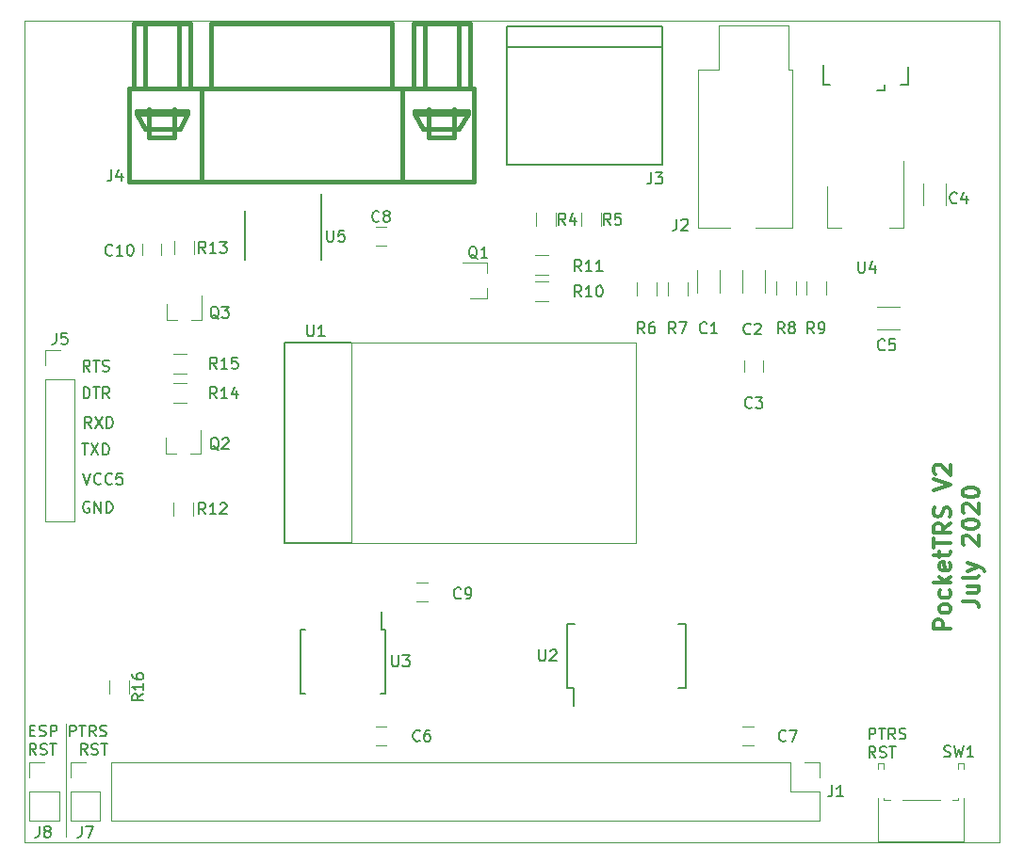
<source format=gbr>
G04 #@! TF.GenerationSoftware,KiCad,Pcbnew,(5.1.5)-3*
G04 #@! TF.CreationDate,2020-08-02T12:31:38+12:00*
G04 #@! TF.ProjectId,PocketTRS,506f636b-6574-4545-9253-2e6b69636164,rev?*
G04 #@! TF.SameCoordinates,Original*
G04 #@! TF.FileFunction,Legend,Top*
G04 #@! TF.FilePolarity,Positive*
%FSLAX46Y46*%
G04 Gerber Fmt 4.6, Leading zero omitted, Abs format (unit mm)*
G04 Created by KiCad (PCBNEW (5.1.5)-3) date 2020-08-02 12:31:38*
%MOMM*%
%LPD*%
G04 APERTURE LIST*
%ADD10C,0.050000*%
%ADD11C,0.300000*%
%ADD12C,0.150000*%
%ADD13C,0.120000*%
%ADD14C,0.381000*%
G04 APERTURE END LIST*
D10*
X252730000Y-64770000D02*
X252730000Y-61976000D01*
X165100000Y-61976000D02*
X165100000Y-64770000D01*
D11*
X248323571Y-116704142D02*
X246823571Y-116704142D01*
X246823571Y-116132714D01*
X246895000Y-115989857D01*
X246966428Y-115918428D01*
X247109285Y-115847000D01*
X247323571Y-115847000D01*
X247466428Y-115918428D01*
X247537857Y-115989857D01*
X247609285Y-116132714D01*
X247609285Y-116704142D01*
X248323571Y-114989857D02*
X248252142Y-115132714D01*
X248180714Y-115204142D01*
X248037857Y-115275571D01*
X247609285Y-115275571D01*
X247466428Y-115204142D01*
X247395000Y-115132714D01*
X247323571Y-114989857D01*
X247323571Y-114775571D01*
X247395000Y-114632714D01*
X247466428Y-114561285D01*
X247609285Y-114489857D01*
X248037857Y-114489857D01*
X248180714Y-114561285D01*
X248252142Y-114632714D01*
X248323571Y-114775571D01*
X248323571Y-114989857D01*
X248252142Y-113204142D02*
X248323571Y-113347000D01*
X248323571Y-113632714D01*
X248252142Y-113775571D01*
X248180714Y-113847000D01*
X248037857Y-113918428D01*
X247609285Y-113918428D01*
X247466428Y-113847000D01*
X247395000Y-113775571D01*
X247323571Y-113632714D01*
X247323571Y-113347000D01*
X247395000Y-113204142D01*
X248323571Y-112561285D02*
X246823571Y-112561285D01*
X247752142Y-112418428D02*
X248323571Y-111989857D01*
X247323571Y-111989857D02*
X247895000Y-112561285D01*
X248252142Y-110775571D02*
X248323571Y-110918428D01*
X248323571Y-111204142D01*
X248252142Y-111347000D01*
X248109285Y-111418428D01*
X247537857Y-111418428D01*
X247395000Y-111347000D01*
X247323571Y-111204142D01*
X247323571Y-110918428D01*
X247395000Y-110775571D01*
X247537857Y-110704142D01*
X247680714Y-110704142D01*
X247823571Y-111418428D01*
X247323571Y-110275571D02*
X247323571Y-109704142D01*
X246823571Y-110061285D02*
X248109285Y-110061285D01*
X248252142Y-109989857D01*
X248323571Y-109847000D01*
X248323571Y-109704142D01*
X246823571Y-109418428D02*
X246823571Y-108561285D01*
X248323571Y-108989857D02*
X246823571Y-108989857D01*
X248323571Y-107204142D02*
X247609285Y-107704142D01*
X248323571Y-108061285D02*
X246823571Y-108061285D01*
X246823571Y-107489857D01*
X246895000Y-107347000D01*
X246966428Y-107275571D01*
X247109285Y-107204142D01*
X247323571Y-107204142D01*
X247466428Y-107275571D01*
X247537857Y-107347000D01*
X247609285Y-107489857D01*
X247609285Y-108061285D01*
X248252142Y-106632714D02*
X248323571Y-106418428D01*
X248323571Y-106061285D01*
X248252142Y-105918428D01*
X248180714Y-105847000D01*
X248037857Y-105775571D01*
X247895000Y-105775571D01*
X247752142Y-105847000D01*
X247680714Y-105918428D01*
X247609285Y-106061285D01*
X247537857Y-106347000D01*
X247466428Y-106489857D01*
X247395000Y-106561285D01*
X247252142Y-106632714D01*
X247109285Y-106632714D01*
X246966428Y-106561285D01*
X246895000Y-106489857D01*
X246823571Y-106347000D01*
X246823571Y-105989857D01*
X246895000Y-105775571D01*
X246823571Y-104204142D02*
X248323571Y-103704142D01*
X246823571Y-103204142D01*
X246966428Y-102775571D02*
X246895000Y-102704142D01*
X246823571Y-102561285D01*
X246823571Y-102204142D01*
X246895000Y-102061285D01*
X246966428Y-101989857D01*
X247109285Y-101918428D01*
X247252142Y-101918428D01*
X247466428Y-101989857D01*
X248323571Y-102847000D01*
X248323571Y-101918428D01*
X249373571Y-114204142D02*
X250445000Y-114204142D01*
X250659285Y-114275571D01*
X250802142Y-114418428D01*
X250873571Y-114632714D01*
X250873571Y-114775571D01*
X249873571Y-112847000D02*
X250873571Y-112847000D01*
X249873571Y-113489857D02*
X250659285Y-113489857D01*
X250802142Y-113418428D01*
X250873571Y-113275571D01*
X250873571Y-113061285D01*
X250802142Y-112918428D01*
X250730714Y-112847000D01*
X250873571Y-111918428D02*
X250802142Y-112061285D01*
X250659285Y-112132714D01*
X249373571Y-112132714D01*
X249873571Y-111489857D02*
X250873571Y-111132714D01*
X249873571Y-110775571D02*
X250873571Y-111132714D01*
X251230714Y-111275571D01*
X251302142Y-111347000D01*
X251373571Y-111489857D01*
X249516428Y-109132714D02*
X249445000Y-109061285D01*
X249373571Y-108918428D01*
X249373571Y-108561285D01*
X249445000Y-108418428D01*
X249516428Y-108347000D01*
X249659285Y-108275571D01*
X249802142Y-108275571D01*
X250016428Y-108347000D01*
X250873571Y-109204142D01*
X250873571Y-108275571D01*
X249373571Y-107347000D02*
X249373571Y-107204142D01*
X249445000Y-107061285D01*
X249516428Y-106989857D01*
X249659285Y-106918428D01*
X249945000Y-106847000D01*
X250302142Y-106847000D01*
X250587857Y-106918428D01*
X250730714Y-106989857D01*
X250802142Y-107061285D01*
X250873571Y-107204142D01*
X250873571Y-107347000D01*
X250802142Y-107489857D01*
X250730714Y-107561285D01*
X250587857Y-107632714D01*
X250302142Y-107704142D01*
X249945000Y-107704142D01*
X249659285Y-107632714D01*
X249516428Y-107561285D01*
X249445000Y-107489857D01*
X249373571Y-107347000D01*
X249516428Y-106275571D02*
X249445000Y-106204142D01*
X249373571Y-106061285D01*
X249373571Y-105704142D01*
X249445000Y-105561285D01*
X249516428Y-105489857D01*
X249659285Y-105418428D01*
X249802142Y-105418428D01*
X250016428Y-105489857D01*
X250873571Y-106347000D01*
X250873571Y-105418428D01*
X249373571Y-104489857D02*
X249373571Y-104347000D01*
X249445000Y-104204142D01*
X249516428Y-104132714D01*
X249659285Y-104061285D01*
X249945000Y-103989857D01*
X250302142Y-103989857D01*
X250587857Y-104061285D01*
X250730714Y-104132714D01*
X250802142Y-104204142D01*
X250873571Y-104347000D01*
X250873571Y-104489857D01*
X250802142Y-104632714D01*
X250730714Y-104704142D01*
X250587857Y-104775571D01*
X250302142Y-104847000D01*
X249945000Y-104847000D01*
X249659285Y-104775571D01*
X249516428Y-104704142D01*
X249445000Y-104632714D01*
X249373571Y-104489857D01*
D10*
X252730000Y-135890000D02*
X165100000Y-135890000D01*
X252730000Y-64770000D02*
X252730000Y-135890000D01*
D12*
X170372738Y-102703380D02*
X170706071Y-103703380D01*
X171039404Y-102703380D01*
X171944166Y-103608142D02*
X171896547Y-103655761D01*
X171753690Y-103703380D01*
X171658452Y-103703380D01*
X171515595Y-103655761D01*
X171420357Y-103560523D01*
X171372738Y-103465285D01*
X171325119Y-103274809D01*
X171325119Y-103131952D01*
X171372738Y-102941476D01*
X171420357Y-102846238D01*
X171515595Y-102751000D01*
X171658452Y-102703380D01*
X171753690Y-102703380D01*
X171896547Y-102751000D01*
X171944166Y-102798619D01*
X172944166Y-103608142D02*
X172896547Y-103655761D01*
X172753690Y-103703380D01*
X172658452Y-103703380D01*
X172515595Y-103655761D01*
X172420357Y-103560523D01*
X172372738Y-103465285D01*
X172325119Y-103274809D01*
X172325119Y-103131952D01*
X172372738Y-102941476D01*
X172420357Y-102846238D01*
X172515595Y-102751000D01*
X172658452Y-102703380D01*
X172753690Y-102703380D01*
X172896547Y-102751000D01*
X172944166Y-102798619D01*
X173848928Y-102703380D02*
X173372738Y-102703380D01*
X173325119Y-103179571D01*
X173372738Y-103131952D01*
X173467976Y-103084333D01*
X173706071Y-103084333D01*
X173801309Y-103131952D01*
X173848928Y-103179571D01*
X173896547Y-103274809D01*
X173896547Y-103512904D01*
X173848928Y-103608142D01*
X173801309Y-103655761D01*
X173706071Y-103703380D01*
X173467976Y-103703380D01*
X173372738Y-103655761D01*
X173325119Y-103608142D01*
X170245738Y-100036380D02*
X170817166Y-100036380D01*
X170531452Y-101036380D02*
X170531452Y-100036380D01*
X171055261Y-100036380D02*
X171721928Y-101036380D01*
X171721928Y-100036380D02*
X171055261Y-101036380D01*
X172102880Y-101036380D02*
X172102880Y-100036380D01*
X172340976Y-100036380D01*
X172483833Y-100084000D01*
X172579071Y-100179238D01*
X172626690Y-100274476D01*
X172674309Y-100464952D01*
X172674309Y-100607809D01*
X172626690Y-100798285D01*
X172579071Y-100893523D01*
X172483833Y-100988761D01*
X172340976Y-101036380D01*
X172102880Y-101036380D01*
X171087023Y-98623380D02*
X170753690Y-98147190D01*
X170515595Y-98623380D02*
X170515595Y-97623380D01*
X170896547Y-97623380D01*
X170991785Y-97671000D01*
X171039404Y-97718619D01*
X171087023Y-97813857D01*
X171087023Y-97956714D01*
X171039404Y-98051952D01*
X170991785Y-98099571D01*
X170896547Y-98147190D01*
X170515595Y-98147190D01*
X171420357Y-97623380D02*
X172087023Y-98623380D01*
X172087023Y-97623380D02*
X171420357Y-98623380D01*
X172467976Y-98623380D02*
X172467976Y-97623380D01*
X172706071Y-97623380D01*
X172848928Y-97671000D01*
X172944166Y-97766238D01*
X172991785Y-97861476D01*
X173039404Y-98051952D01*
X173039404Y-98194809D01*
X172991785Y-98385285D01*
X172944166Y-98480523D01*
X172848928Y-98575761D01*
X172706071Y-98623380D01*
X172467976Y-98623380D01*
X170912404Y-105291000D02*
X170817166Y-105243380D01*
X170674309Y-105243380D01*
X170531452Y-105291000D01*
X170436214Y-105386238D01*
X170388595Y-105481476D01*
X170340976Y-105671952D01*
X170340976Y-105814809D01*
X170388595Y-106005285D01*
X170436214Y-106100523D01*
X170531452Y-106195761D01*
X170674309Y-106243380D01*
X170769547Y-106243380D01*
X170912404Y-106195761D01*
X170960023Y-106148142D01*
X170960023Y-105814809D01*
X170769547Y-105814809D01*
X171388595Y-106243380D02*
X171388595Y-105243380D01*
X171960023Y-106243380D01*
X171960023Y-105243380D01*
X172436214Y-106243380D02*
X172436214Y-105243380D01*
X172674309Y-105243380D01*
X172817166Y-105291000D01*
X172912404Y-105386238D01*
X172960023Y-105481476D01*
X173007642Y-105671952D01*
X173007642Y-105814809D01*
X172960023Y-106005285D01*
X172912404Y-106100523D01*
X172817166Y-106195761D01*
X172674309Y-106243380D01*
X172436214Y-106243380D01*
X170388595Y-95956380D02*
X170388595Y-94956380D01*
X170626690Y-94956380D01*
X170769547Y-95004000D01*
X170864785Y-95099238D01*
X170912404Y-95194476D01*
X170960023Y-95384952D01*
X170960023Y-95527809D01*
X170912404Y-95718285D01*
X170864785Y-95813523D01*
X170769547Y-95908761D01*
X170626690Y-95956380D01*
X170388595Y-95956380D01*
X171245738Y-94956380D02*
X171817166Y-94956380D01*
X171531452Y-95956380D02*
X171531452Y-94956380D01*
X172721928Y-95956380D02*
X172388595Y-95480190D01*
X172150500Y-95956380D02*
X172150500Y-94956380D01*
X172531452Y-94956380D01*
X172626690Y-95004000D01*
X172674309Y-95051619D01*
X172721928Y-95146857D01*
X172721928Y-95289714D01*
X172674309Y-95384952D01*
X172626690Y-95432571D01*
X172531452Y-95480190D01*
X172150500Y-95480190D01*
X170960023Y-93543380D02*
X170626690Y-93067190D01*
X170388595Y-93543380D02*
X170388595Y-92543380D01*
X170769547Y-92543380D01*
X170864785Y-92591000D01*
X170912404Y-92638619D01*
X170960023Y-92733857D01*
X170960023Y-92876714D01*
X170912404Y-92971952D01*
X170864785Y-93019571D01*
X170769547Y-93067190D01*
X170388595Y-93067190D01*
X171245738Y-92543380D02*
X171817166Y-92543380D01*
X171531452Y-93543380D02*
X171531452Y-92543380D01*
X172102880Y-93495761D02*
X172245738Y-93543380D01*
X172483833Y-93543380D01*
X172579071Y-93495761D01*
X172626690Y-93448142D01*
X172674309Y-93352904D01*
X172674309Y-93257666D01*
X172626690Y-93162428D01*
X172579071Y-93114809D01*
X172483833Y-93067190D01*
X172293357Y-93019571D01*
X172198119Y-92971952D01*
X172150500Y-92924333D01*
X172102880Y-92829095D01*
X172102880Y-92733857D01*
X172150500Y-92638619D01*
X172198119Y-92591000D01*
X172293357Y-92543380D01*
X172531452Y-92543380D01*
X172674309Y-92591000D01*
D13*
X168783000Y-125222000D02*
X168783000Y-135382000D01*
D12*
X169146309Y-126373380D02*
X169146309Y-125373380D01*
X169527261Y-125373380D01*
X169622500Y-125421000D01*
X169670119Y-125468619D01*
X169717738Y-125563857D01*
X169717738Y-125706714D01*
X169670119Y-125801952D01*
X169622500Y-125849571D01*
X169527261Y-125897190D01*
X169146309Y-125897190D01*
X170003452Y-125373380D02*
X170574880Y-125373380D01*
X170289166Y-126373380D02*
X170289166Y-125373380D01*
X171479642Y-126373380D02*
X171146309Y-125897190D01*
X170908214Y-126373380D02*
X170908214Y-125373380D01*
X171289166Y-125373380D01*
X171384404Y-125421000D01*
X171432023Y-125468619D01*
X171479642Y-125563857D01*
X171479642Y-125706714D01*
X171432023Y-125801952D01*
X171384404Y-125849571D01*
X171289166Y-125897190D01*
X170908214Y-125897190D01*
X171860595Y-126325761D02*
X172003452Y-126373380D01*
X172241547Y-126373380D01*
X172336785Y-126325761D01*
X172384404Y-126278142D01*
X172432023Y-126182904D01*
X172432023Y-126087666D01*
X172384404Y-125992428D01*
X172336785Y-125944809D01*
X172241547Y-125897190D01*
X172051071Y-125849571D01*
X171955833Y-125801952D01*
X171908214Y-125754333D01*
X171860595Y-125659095D01*
X171860595Y-125563857D01*
X171908214Y-125468619D01*
X171955833Y-125421000D01*
X172051071Y-125373380D01*
X172289166Y-125373380D01*
X172432023Y-125421000D01*
X170717738Y-128023380D02*
X170384404Y-127547190D01*
X170146309Y-128023380D02*
X170146309Y-127023380D01*
X170527261Y-127023380D01*
X170622500Y-127071000D01*
X170670119Y-127118619D01*
X170717738Y-127213857D01*
X170717738Y-127356714D01*
X170670119Y-127451952D01*
X170622500Y-127499571D01*
X170527261Y-127547190D01*
X170146309Y-127547190D01*
X171098690Y-127975761D02*
X171241547Y-128023380D01*
X171479642Y-128023380D01*
X171574880Y-127975761D01*
X171622500Y-127928142D01*
X171670119Y-127832904D01*
X171670119Y-127737666D01*
X171622500Y-127642428D01*
X171574880Y-127594809D01*
X171479642Y-127547190D01*
X171289166Y-127499571D01*
X171193928Y-127451952D01*
X171146309Y-127404333D01*
X171098690Y-127309095D01*
X171098690Y-127213857D01*
X171146309Y-127118619D01*
X171193928Y-127071000D01*
X171289166Y-127023380D01*
X171527261Y-127023380D01*
X171670119Y-127071000D01*
X171955833Y-127023380D02*
X172527261Y-127023380D01*
X172241547Y-128023380D02*
X172241547Y-127023380D01*
X165562595Y-125849571D02*
X165895928Y-125849571D01*
X166038785Y-126373380D02*
X165562595Y-126373380D01*
X165562595Y-125373380D01*
X166038785Y-125373380D01*
X166419738Y-126325761D02*
X166562595Y-126373380D01*
X166800690Y-126373380D01*
X166895928Y-126325761D01*
X166943547Y-126278142D01*
X166991166Y-126182904D01*
X166991166Y-126087666D01*
X166943547Y-125992428D01*
X166895928Y-125944809D01*
X166800690Y-125897190D01*
X166610214Y-125849571D01*
X166514976Y-125801952D01*
X166467357Y-125754333D01*
X166419738Y-125659095D01*
X166419738Y-125563857D01*
X166467357Y-125468619D01*
X166514976Y-125421000D01*
X166610214Y-125373380D01*
X166848309Y-125373380D01*
X166991166Y-125421000D01*
X167419738Y-126373380D02*
X167419738Y-125373380D01*
X167800690Y-125373380D01*
X167895928Y-125421000D01*
X167943547Y-125468619D01*
X167991166Y-125563857D01*
X167991166Y-125706714D01*
X167943547Y-125801952D01*
X167895928Y-125849571D01*
X167800690Y-125897190D01*
X167419738Y-125897190D01*
X166134023Y-128023380D02*
X165800690Y-127547190D01*
X165562595Y-128023380D02*
X165562595Y-127023380D01*
X165943547Y-127023380D01*
X166038785Y-127071000D01*
X166086404Y-127118619D01*
X166134023Y-127213857D01*
X166134023Y-127356714D01*
X166086404Y-127451952D01*
X166038785Y-127499571D01*
X165943547Y-127547190D01*
X165562595Y-127547190D01*
X166514976Y-127975761D02*
X166657833Y-128023380D01*
X166895928Y-128023380D01*
X166991166Y-127975761D01*
X167038785Y-127928142D01*
X167086404Y-127832904D01*
X167086404Y-127737666D01*
X167038785Y-127642428D01*
X166991166Y-127594809D01*
X166895928Y-127547190D01*
X166705452Y-127499571D01*
X166610214Y-127451952D01*
X166562595Y-127404333D01*
X166514976Y-127309095D01*
X166514976Y-127213857D01*
X166562595Y-127118619D01*
X166610214Y-127071000D01*
X166705452Y-127023380D01*
X166943547Y-127023380D01*
X167086404Y-127071000D01*
X167372119Y-127023380D02*
X167943547Y-127023380D01*
X167657833Y-128023380D02*
X167657833Y-127023380D01*
X241000595Y-126627380D02*
X241000595Y-125627380D01*
X241381547Y-125627380D01*
X241476785Y-125675000D01*
X241524404Y-125722619D01*
X241572023Y-125817857D01*
X241572023Y-125960714D01*
X241524404Y-126055952D01*
X241476785Y-126103571D01*
X241381547Y-126151190D01*
X241000595Y-126151190D01*
X241857738Y-125627380D02*
X242429166Y-125627380D01*
X242143452Y-126627380D02*
X242143452Y-125627380D01*
X243333928Y-126627380D02*
X243000595Y-126151190D01*
X242762500Y-126627380D02*
X242762500Y-125627380D01*
X243143452Y-125627380D01*
X243238690Y-125675000D01*
X243286309Y-125722619D01*
X243333928Y-125817857D01*
X243333928Y-125960714D01*
X243286309Y-126055952D01*
X243238690Y-126103571D01*
X243143452Y-126151190D01*
X242762500Y-126151190D01*
X243714880Y-126579761D02*
X243857738Y-126627380D01*
X244095833Y-126627380D01*
X244191071Y-126579761D01*
X244238690Y-126532142D01*
X244286309Y-126436904D01*
X244286309Y-126341666D01*
X244238690Y-126246428D01*
X244191071Y-126198809D01*
X244095833Y-126151190D01*
X243905357Y-126103571D01*
X243810119Y-126055952D01*
X243762500Y-126008333D01*
X243714880Y-125913095D01*
X243714880Y-125817857D01*
X243762500Y-125722619D01*
X243810119Y-125675000D01*
X243905357Y-125627380D01*
X244143452Y-125627380D01*
X244286309Y-125675000D01*
X241572023Y-128277380D02*
X241238690Y-127801190D01*
X241000595Y-128277380D02*
X241000595Y-127277380D01*
X241381547Y-127277380D01*
X241476785Y-127325000D01*
X241524404Y-127372619D01*
X241572023Y-127467857D01*
X241572023Y-127610714D01*
X241524404Y-127705952D01*
X241476785Y-127753571D01*
X241381547Y-127801190D01*
X241000595Y-127801190D01*
X241952976Y-128229761D02*
X242095833Y-128277380D01*
X242333928Y-128277380D01*
X242429166Y-128229761D01*
X242476785Y-128182142D01*
X242524404Y-128086904D01*
X242524404Y-127991666D01*
X242476785Y-127896428D01*
X242429166Y-127848809D01*
X242333928Y-127801190D01*
X242143452Y-127753571D01*
X242048214Y-127705952D01*
X242000595Y-127658333D01*
X241952976Y-127563095D01*
X241952976Y-127467857D01*
X242000595Y-127372619D01*
X242048214Y-127325000D01*
X242143452Y-127277380D01*
X242381547Y-127277380D01*
X242524404Y-127325000D01*
X242810119Y-127277380D02*
X243381547Y-127277380D01*
X243095833Y-128277380D02*
X243095833Y-127277380D01*
D10*
X165100000Y-135890000D02*
X165100000Y-64770000D01*
X165100000Y-61976000D02*
X252730000Y-61976000D01*
D14*
X205486000Y-68072000D02*
X174498000Y-68072000D01*
X181864000Y-62230000D02*
X181864000Y-68072000D01*
X198120000Y-62230000D02*
X181864000Y-62230000D01*
X198120000Y-68072000D02*
X198120000Y-62230000D01*
X205105000Y-62230000D02*
X200025000Y-62230000D01*
X205105000Y-68072000D02*
X205105000Y-62230000D01*
X174879000Y-62230000D02*
X174879000Y-67945000D01*
X179959000Y-62230000D02*
X174879000Y-62230000D01*
X179959000Y-68072000D02*
X179959000Y-62230000D01*
X178943000Y-68072000D02*
X178943000Y-62230000D01*
X175895000Y-68072000D02*
X175895000Y-62230000D01*
X204089000Y-68072000D02*
X204089000Y-62230000D01*
X201041000Y-68072000D02*
X201041000Y-62230000D01*
X201422000Y-72517000D02*
X201422000Y-69977000D01*
X203708000Y-72517000D02*
X201422000Y-72517000D01*
X203708000Y-69977000D02*
X203708000Y-72517000D01*
X176276000Y-72517000D02*
X176276000Y-69977000D01*
X178562000Y-72517000D02*
X176276000Y-72517000D01*
X178562000Y-69977000D02*
X178562000Y-72517000D01*
X200152000Y-70104000D02*
X200152000Y-70358000D01*
X204978000Y-70104000D02*
X200152000Y-70104000D01*
X204978000Y-70358000D02*
X204978000Y-70104000D01*
X200152000Y-70358000D02*
X204978000Y-70358000D01*
X175133000Y-70104000D02*
X175133000Y-70358000D01*
X179705000Y-70104000D02*
X175133000Y-70104000D01*
X179705000Y-70358000D02*
X179705000Y-70104000D01*
X175133000Y-70358000D02*
X179705000Y-70358000D01*
X204089000Y-71755000D02*
X200914000Y-71755000D01*
X179070000Y-71755000D02*
X175895000Y-71755000D01*
X179070000Y-71755000D02*
X179705000Y-70358000D01*
X175895000Y-71755000D02*
X175133000Y-70358000D01*
X180975000Y-68097400D02*
X180975000Y-76454000D01*
X174498000Y-76454000D02*
X205486000Y-76454000D01*
X174498000Y-76454000D02*
X174498000Y-68072000D01*
X205486000Y-68072000D02*
X205486000Y-76454000D01*
X199009000Y-76454000D02*
X199009000Y-68097400D01*
X204089000Y-71755000D02*
X204978000Y-70358000D01*
X200914000Y-71755000D02*
X200152000Y-70358000D01*
X200025000Y-68072000D02*
X200025000Y-62230000D01*
D12*
X244465000Y-67770000D02*
X243865000Y-67770000D01*
X244465000Y-66170000D02*
X244465000Y-67770000D01*
X236865000Y-67770000D02*
X237465000Y-67770000D01*
X236865000Y-65970000D02*
X236865000Y-67770000D01*
X242365000Y-68270000D02*
X242365000Y-67770000D01*
X241665000Y-68270000D02*
X242365000Y-68270000D01*
X188468000Y-90932000D02*
X188468000Y-108966000D01*
X194437000Y-90932000D02*
X188468000Y-90932000D01*
X194437000Y-108966000D02*
X188468000Y-108966000D01*
D10*
X220022000Y-108949000D02*
X194492000Y-108949000D01*
X194492000Y-108949000D02*
X194492000Y-90949000D01*
X194492000Y-90949000D02*
X220022000Y-90949000D01*
X220022000Y-90949000D02*
X220022000Y-108949000D01*
D13*
X236534000Y-128718000D02*
X236534000Y-130048000D01*
X235204000Y-128718000D02*
X236534000Y-128718000D01*
X236534000Y-131318000D02*
X236534000Y-133918000D01*
X233934000Y-131318000D02*
X236534000Y-131318000D01*
X233934000Y-128718000D02*
X233934000Y-131318000D01*
X236534000Y-133918000D02*
X172914000Y-133918000D01*
X233934000Y-128718000D02*
X172914000Y-128718000D01*
X172914000Y-128718000D02*
X172914000Y-133918000D01*
X166945000Y-91634000D02*
X168275000Y-91634000D01*
X166945000Y-92964000D02*
X166945000Y-91634000D01*
X166945000Y-94234000D02*
X169605000Y-94234000D01*
X169605000Y-94234000D02*
X169605000Y-106994000D01*
X166945000Y-94234000D02*
X166945000Y-106994000D01*
X166945000Y-106994000D02*
X169605000Y-106994000D01*
X169231000Y-128718000D02*
X170561000Y-128718000D01*
X169231000Y-130048000D02*
X169231000Y-128718000D01*
X169231000Y-131318000D02*
X171891000Y-131318000D01*
X171891000Y-131318000D02*
X171891000Y-133918000D01*
X169231000Y-131318000D02*
X169231000Y-133918000D01*
X169231000Y-133918000D02*
X171891000Y-133918000D01*
X165548000Y-133918000D02*
X168208000Y-133918000D01*
X165548000Y-131318000D02*
X165548000Y-133918000D01*
X168208000Y-131318000D02*
X168208000Y-133918000D01*
X165548000Y-131318000D02*
X168208000Y-131318000D01*
X165548000Y-130048000D02*
X165548000Y-128718000D01*
X165548000Y-128718000D02*
X166878000Y-128718000D01*
X244075000Y-74640000D02*
X244075000Y-80650000D01*
X237255000Y-76890000D02*
X237255000Y-80650000D01*
X244075000Y-80650000D02*
X242815000Y-80650000D01*
X237255000Y-80650000D02*
X238515000Y-80650000D01*
X247354000Y-132126000D02*
X243954000Y-132126000D01*
X248994000Y-132126000D02*
X248454000Y-132126000D01*
X241794000Y-129296000D02*
X241794000Y-128786000D01*
X242314000Y-128786000D02*
X241794000Y-128786000D01*
X242314000Y-129296000D02*
X242314000Y-128786000D01*
X242854000Y-132126000D02*
X242314000Y-132126000D01*
X249514000Y-129296000D02*
X249514000Y-128786000D01*
X248994000Y-129296000D02*
X248994000Y-128786000D01*
X242314000Y-132126000D02*
X242314000Y-131896000D01*
X249514000Y-135796000D02*
X249514000Y-131896000D01*
X249514000Y-128786000D02*
X248994000Y-128786000D01*
X241794000Y-135796000D02*
X241794000Y-131896000D01*
X249514000Y-135796000D02*
X241794000Y-135796000D01*
X248994000Y-132126000D02*
X248994000Y-131896000D01*
X228493000Y-80611000D02*
X225623000Y-80611000D01*
X225623000Y-80611000D02*
X225623000Y-66371000D01*
X225623000Y-66371000D02*
X227523000Y-66371000D01*
X227523000Y-66371000D02*
X227523000Y-62371000D01*
X227523000Y-62371000D02*
X233763000Y-62371000D01*
X233763000Y-62371000D02*
X233763000Y-66371000D01*
X233763000Y-66371000D02*
X234063000Y-66371000D01*
X234063000Y-66371000D02*
X234063000Y-80611000D01*
X234063000Y-80611000D02*
X230743000Y-80611000D01*
D12*
X208392000Y-62457000D02*
X208392000Y-74957000D01*
X208392000Y-74957000D02*
X222392000Y-74957000D01*
X222392000Y-74957000D02*
X222392000Y-62457000D01*
X222392000Y-62457000D02*
X208392000Y-62457000D01*
X208392000Y-64357000D02*
X222392000Y-64357000D01*
D13*
X225548000Y-84439000D02*
X225548000Y-86439000D01*
X227588000Y-86439000D02*
X227588000Y-84439000D01*
X229612000Y-84439000D02*
X229612000Y-86439000D01*
X231652000Y-86439000D02*
X231652000Y-84439000D01*
X231482000Y-93591000D02*
X231482000Y-92591000D01*
X229782000Y-92591000D02*
X229782000Y-93591000D01*
X245868000Y-76597000D02*
X245868000Y-78597000D01*
X247908000Y-78597000D02*
X247908000Y-76597000D01*
X241729000Y-89793000D02*
X243729000Y-89793000D01*
X243729000Y-87753000D02*
X241729000Y-87753000D01*
X197624000Y-125515000D02*
X196624000Y-125515000D01*
X196624000Y-127215000D02*
X197624000Y-127215000D01*
X229624000Y-127215000D02*
X230624000Y-127215000D01*
X230624000Y-125515000D02*
X229624000Y-125515000D01*
X197624000Y-80557000D02*
X196624000Y-80557000D01*
X196624000Y-82257000D02*
X197624000Y-82257000D01*
X200287000Y-114261000D02*
X201287000Y-114261000D01*
X201287000Y-112561000D02*
X200287000Y-112561000D01*
X177380000Y-83050000D02*
X177380000Y-82050000D01*
X175680000Y-82050000D02*
X175680000Y-83050000D01*
X211083000Y-80483000D02*
X211083000Y-79283000D01*
X212843000Y-79283000D02*
X212843000Y-80483000D01*
X216907000Y-79283000D02*
X216907000Y-80483000D01*
X215147000Y-80483000D02*
X215147000Y-79283000D01*
X221860000Y-85506000D02*
X221860000Y-86706000D01*
X220100000Y-86706000D02*
X220100000Y-85506000D01*
X224654000Y-85506000D02*
X224654000Y-86706000D01*
X222894000Y-86706000D02*
X222894000Y-85506000D01*
X234433000Y-85459000D02*
X234433000Y-86659000D01*
X232673000Y-86659000D02*
X232673000Y-85459000D01*
X235340000Y-86659000D02*
X235340000Y-85459000D01*
X237100000Y-85459000D02*
X237100000Y-86659000D01*
X212182000Y-87240000D02*
X210982000Y-87240000D01*
X210982000Y-85480000D02*
X212182000Y-85480000D01*
X210982000Y-83067000D02*
X212182000Y-83067000D01*
X212182000Y-84827000D02*
X210982000Y-84827000D01*
X178444000Y-106518000D02*
X178444000Y-105318000D01*
X180204000Y-105318000D02*
X180204000Y-106518000D01*
X180331000Y-81823000D02*
X180331000Y-83023000D01*
X178571000Y-83023000D02*
X178571000Y-81823000D01*
X178423000Y-94624000D02*
X179623000Y-94624000D01*
X179623000Y-96384000D02*
X178423000Y-96384000D01*
X178423000Y-91957000D02*
X179623000Y-91957000D01*
X179623000Y-93717000D02*
X178423000Y-93717000D01*
X174489000Y-121320000D02*
X174489000Y-122520000D01*
X172729000Y-122520000D02*
X172729000Y-121320000D01*
D12*
X214452000Y-122001000D02*
X214452000Y-123601000D01*
X224527000Y-122001000D02*
X224527000Y-116251000D01*
X213877000Y-122001000D02*
X213877000Y-116251000D01*
X224527000Y-122001000D02*
X223877000Y-122001000D01*
X224527000Y-116251000D02*
X223877000Y-116251000D01*
X213877000Y-116251000D02*
X214527000Y-116251000D01*
X213877000Y-122001000D02*
X214452000Y-122001000D01*
X197150000Y-116759000D02*
X197150000Y-115159000D01*
X189850000Y-116759000D02*
X189850000Y-122509000D01*
X197500000Y-116759000D02*
X197500000Y-122509000D01*
X189850000Y-116759000D02*
X190300000Y-116759000D01*
X189850000Y-122509000D02*
X190300000Y-122509000D01*
X197500000Y-122509000D02*
X197050000Y-122509000D01*
X197500000Y-116759000D02*
X197150000Y-116759000D01*
X191791000Y-77530000D02*
X191791000Y-83505000D01*
X184891000Y-79055000D02*
X184891000Y-83505000D01*
D13*
X206627000Y-86924000D02*
X205167000Y-86924000D01*
X206627000Y-83764000D02*
X204467000Y-83764000D01*
X206627000Y-83764000D02*
X206627000Y-84694000D01*
X206627000Y-86924000D02*
X206627000Y-85994000D01*
X177744000Y-100963000D02*
X178674000Y-100963000D01*
X180904000Y-100963000D02*
X179974000Y-100963000D01*
X180904000Y-100963000D02*
X180904000Y-98803000D01*
X177744000Y-100963000D02*
X177744000Y-99503000D01*
X177871000Y-88898000D02*
X177871000Y-87438000D01*
X181031000Y-88898000D02*
X181031000Y-86738000D01*
X181031000Y-88898000D02*
X180101000Y-88898000D01*
X177871000Y-88898000D02*
X178801000Y-88898000D01*
D12*
X172894666Y-75398380D02*
X172894666Y-76112666D01*
X172847047Y-76255523D01*
X172751809Y-76350761D01*
X172608952Y-76398380D01*
X172513714Y-76398380D01*
X173799428Y-75731714D02*
X173799428Y-76398380D01*
X173561333Y-75350761D02*
X173323238Y-76065047D01*
X173942285Y-76065047D01*
X190500095Y-89368380D02*
X190500095Y-90177904D01*
X190547714Y-90273142D01*
X190595333Y-90320761D01*
X190690571Y-90368380D01*
X190881047Y-90368380D01*
X190976285Y-90320761D01*
X191023904Y-90273142D01*
X191071523Y-90177904D01*
X191071523Y-89368380D01*
X192071523Y-90368380D02*
X191500095Y-90368380D01*
X191785809Y-90368380D02*
X191785809Y-89368380D01*
X191690571Y-89511238D01*
X191595333Y-89606476D01*
X191500095Y-89654095D01*
X237664666Y-130770380D02*
X237664666Y-131484666D01*
X237617047Y-131627523D01*
X237521809Y-131722761D01*
X237378952Y-131770380D01*
X237283714Y-131770380D01*
X238664666Y-131770380D02*
X238093238Y-131770380D01*
X238378952Y-131770380D02*
X238378952Y-130770380D01*
X238283714Y-130913238D01*
X238188476Y-131008476D01*
X238093238Y-131056095D01*
X167941666Y-90086380D02*
X167941666Y-90800666D01*
X167894047Y-90943523D01*
X167798809Y-91038761D01*
X167655952Y-91086380D01*
X167560714Y-91086380D01*
X168894047Y-90086380D02*
X168417857Y-90086380D01*
X168370238Y-90562571D01*
X168417857Y-90514952D01*
X168513095Y-90467333D01*
X168751190Y-90467333D01*
X168846428Y-90514952D01*
X168894047Y-90562571D01*
X168941666Y-90657809D01*
X168941666Y-90895904D01*
X168894047Y-90991142D01*
X168846428Y-91038761D01*
X168751190Y-91086380D01*
X168513095Y-91086380D01*
X168417857Y-91038761D01*
X168370238Y-90991142D01*
X170227666Y-134453380D02*
X170227666Y-135167666D01*
X170180047Y-135310523D01*
X170084809Y-135405761D01*
X169941952Y-135453380D01*
X169846714Y-135453380D01*
X170608619Y-134453380D02*
X171275285Y-134453380D01*
X170846714Y-135453380D01*
X166417666Y-134453380D02*
X166417666Y-135167666D01*
X166370047Y-135310523D01*
X166274809Y-135405761D01*
X166131952Y-135453380D01*
X166036714Y-135453380D01*
X167036714Y-134881952D02*
X166941476Y-134834333D01*
X166893857Y-134786714D01*
X166846238Y-134691476D01*
X166846238Y-134643857D01*
X166893857Y-134548619D01*
X166941476Y-134501000D01*
X167036714Y-134453380D01*
X167227190Y-134453380D01*
X167322428Y-134501000D01*
X167370047Y-134548619D01*
X167417666Y-134643857D01*
X167417666Y-134691476D01*
X167370047Y-134786714D01*
X167322428Y-134834333D01*
X167227190Y-134881952D01*
X167036714Y-134881952D01*
X166941476Y-134929571D01*
X166893857Y-134977190D01*
X166846238Y-135072428D01*
X166846238Y-135262904D01*
X166893857Y-135358142D01*
X166941476Y-135405761D01*
X167036714Y-135453380D01*
X167227190Y-135453380D01*
X167322428Y-135405761D01*
X167370047Y-135358142D01*
X167417666Y-135262904D01*
X167417666Y-135072428D01*
X167370047Y-134977190D01*
X167322428Y-134929571D01*
X167227190Y-134881952D01*
X240030095Y-83653380D02*
X240030095Y-84462904D01*
X240077714Y-84558142D01*
X240125333Y-84605761D01*
X240220571Y-84653380D01*
X240411047Y-84653380D01*
X240506285Y-84605761D01*
X240553904Y-84558142D01*
X240601523Y-84462904D01*
X240601523Y-83653380D01*
X241506285Y-83986714D02*
X241506285Y-84653380D01*
X241268190Y-83605761D02*
X241030095Y-84320047D01*
X241649142Y-84320047D01*
X247713666Y-128166761D02*
X247856523Y-128214380D01*
X248094619Y-128214380D01*
X248189857Y-128166761D01*
X248237476Y-128119142D01*
X248285095Y-128023904D01*
X248285095Y-127928666D01*
X248237476Y-127833428D01*
X248189857Y-127785809D01*
X248094619Y-127738190D01*
X247904142Y-127690571D01*
X247808904Y-127642952D01*
X247761285Y-127595333D01*
X247713666Y-127500095D01*
X247713666Y-127404857D01*
X247761285Y-127309619D01*
X247808904Y-127262000D01*
X247904142Y-127214380D01*
X248142238Y-127214380D01*
X248285095Y-127262000D01*
X248618428Y-127214380D02*
X248856523Y-128214380D01*
X249047000Y-127500095D01*
X249237476Y-128214380D01*
X249475571Y-127214380D01*
X250380333Y-128214380D02*
X249808904Y-128214380D01*
X250094619Y-128214380D02*
X250094619Y-127214380D01*
X249999380Y-127357238D01*
X249904142Y-127452476D01*
X249808904Y-127500095D01*
X223694666Y-79843380D02*
X223694666Y-80557666D01*
X223647047Y-80700523D01*
X223551809Y-80795761D01*
X223408952Y-80843380D01*
X223313714Y-80843380D01*
X224123238Y-79938619D02*
X224170857Y-79891000D01*
X224266095Y-79843380D01*
X224504190Y-79843380D01*
X224599428Y-79891000D01*
X224647047Y-79938619D01*
X224694666Y-80033857D01*
X224694666Y-80129095D01*
X224647047Y-80271952D01*
X224075619Y-80843380D01*
X224694666Y-80843380D01*
X221408666Y-75652380D02*
X221408666Y-76366666D01*
X221361047Y-76509523D01*
X221265809Y-76604761D01*
X221122952Y-76652380D01*
X221027714Y-76652380D01*
X221789619Y-75652380D02*
X222408666Y-75652380D01*
X222075333Y-76033333D01*
X222218190Y-76033333D01*
X222313428Y-76080952D01*
X222361047Y-76128571D01*
X222408666Y-76223809D01*
X222408666Y-76461904D01*
X222361047Y-76557142D01*
X222313428Y-76604761D01*
X222218190Y-76652380D01*
X221932476Y-76652380D01*
X221837238Y-76604761D01*
X221789619Y-76557142D01*
X226401333Y-90019142D02*
X226353714Y-90066761D01*
X226210857Y-90114380D01*
X226115619Y-90114380D01*
X225972761Y-90066761D01*
X225877523Y-89971523D01*
X225829904Y-89876285D01*
X225782285Y-89685809D01*
X225782285Y-89542952D01*
X225829904Y-89352476D01*
X225877523Y-89257238D01*
X225972761Y-89162000D01*
X226115619Y-89114380D01*
X226210857Y-89114380D01*
X226353714Y-89162000D01*
X226401333Y-89209619D01*
X227353714Y-90114380D02*
X226782285Y-90114380D01*
X227068000Y-90114380D02*
X227068000Y-89114380D01*
X226972761Y-89257238D01*
X226877523Y-89352476D01*
X226782285Y-89400095D01*
X230338333Y-90114142D02*
X230290714Y-90161761D01*
X230147857Y-90209380D01*
X230052619Y-90209380D01*
X229909761Y-90161761D01*
X229814523Y-90066523D01*
X229766904Y-89971285D01*
X229719285Y-89780809D01*
X229719285Y-89637952D01*
X229766904Y-89447476D01*
X229814523Y-89352238D01*
X229909761Y-89257000D01*
X230052619Y-89209380D01*
X230147857Y-89209380D01*
X230290714Y-89257000D01*
X230338333Y-89304619D01*
X230719285Y-89304619D02*
X230766904Y-89257000D01*
X230862142Y-89209380D01*
X231100238Y-89209380D01*
X231195476Y-89257000D01*
X231243095Y-89304619D01*
X231290714Y-89399857D01*
X231290714Y-89495095D01*
X231243095Y-89637952D01*
X230671666Y-90209380D01*
X231290714Y-90209380D01*
X230465333Y-96750142D02*
X230417714Y-96797761D01*
X230274857Y-96845380D01*
X230179619Y-96845380D01*
X230036761Y-96797761D01*
X229941523Y-96702523D01*
X229893904Y-96607285D01*
X229846285Y-96416809D01*
X229846285Y-96273952D01*
X229893904Y-96083476D01*
X229941523Y-95988238D01*
X230036761Y-95893000D01*
X230179619Y-95845380D01*
X230274857Y-95845380D01*
X230417714Y-95893000D01*
X230465333Y-95940619D01*
X230798666Y-95845380D02*
X231417714Y-95845380D01*
X231084380Y-96226333D01*
X231227238Y-96226333D01*
X231322476Y-96273952D01*
X231370095Y-96321571D01*
X231417714Y-96416809D01*
X231417714Y-96654904D01*
X231370095Y-96750142D01*
X231322476Y-96797761D01*
X231227238Y-96845380D01*
X230941523Y-96845380D01*
X230846285Y-96797761D01*
X230798666Y-96750142D01*
X248880333Y-78335142D02*
X248832714Y-78382761D01*
X248689857Y-78430380D01*
X248594619Y-78430380D01*
X248451761Y-78382761D01*
X248356523Y-78287523D01*
X248308904Y-78192285D01*
X248261285Y-78001809D01*
X248261285Y-77858952D01*
X248308904Y-77668476D01*
X248356523Y-77573238D01*
X248451761Y-77478000D01*
X248594619Y-77430380D01*
X248689857Y-77430380D01*
X248832714Y-77478000D01*
X248880333Y-77525619D01*
X249737476Y-77763714D02*
X249737476Y-78430380D01*
X249499380Y-77382761D02*
X249261285Y-78097047D01*
X249880333Y-78097047D01*
X242403333Y-91543142D02*
X242355714Y-91590761D01*
X242212857Y-91638380D01*
X242117619Y-91638380D01*
X241974761Y-91590761D01*
X241879523Y-91495523D01*
X241831904Y-91400285D01*
X241784285Y-91209809D01*
X241784285Y-91066952D01*
X241831904Y-90876476D01*
X241879523Y-90781238D01*
X241974761Y-90686000D01*
X242117619Y-90638380D01*
X242212857Y-90638380D01*
X242355714Y-90686000D01*
X242403333Y-90733619D01*
X243308095Y-90638380D02*
X242831904Y-90638380D01*
X242784285Y-91114571D01*
X242831904Y-91066952D01*
X242927142Y-91019333D01*
X243165238Y-91019333D01*
X243260476Y-91066952D01*
X243308095Y-91114571D01*
X243355714Y-91209809D01*
X243355714Y-91447904D01*
X243308095Y-91543142D01*
X243260476Y-91590761D01*
X243165238Y-91638380D01*
X242927142Y-91638380D01*
X242831904Y-91590761D01*
X242784285Y-91543142D01*
X200620333Y-126722142D02*
X200572714Y-126769761D01*
X200429857Y-126817380D01*
X200334619Y-126817380D01*
X200191761Y-126769761D01*
X200096523Y-126674523D01*
X200048904Y-126579285D01*
X200001285Y-126388809D01*
X200001285Y-126245952D01*
X200048904Y-126055476D01*
X200096523Y-125960238D01*
X200191761Y-125865000D01*
X200334619Y-125817380D01*
X200429857Y-125817380D01*
X200572714Y-125865000D01*
X200620333Y-125912619D01*
X201477476Y-125817380D02*
X201287000Y-125817380D01*
X201191761Y-125865000D01*
X201144142Y-125912619D01*
X201048904Y-126055476D01*
X201001285Y-126245952D01*
X201001285Y-126626904D01*
X201048904Y-126722142D01*
X201096523Y-126769761D01*
X201191761Y-126817380D01*
X201382238Y-126817380D01*
X201477476Y-126769761D01*
X201525095Y-126722142D01*
X201572714Y-126626904D01*
X201572714Y-126388809D01*
X201525095Y-126293571D01*
X201477476Y-126245952D01*
X201382238Y-126198333D01*
X201191761Y-126198333D01*
X201096523Y-126245952D01*
X201048904Y-126293571D01*
X201001285Y-126388809D01*
X233493333Y-126722142D02*
X233445714Y-126769761D01*
X233302857Y-126817380D01*
X233207619Y-126817380D01*
X233064761Y-126769761D01*
X232969523Y-126674523D01*
X232921904Y-126579285D01*
X232874285Y-126388809D01*
X232874285Y-126245952D01*
X232921904Y-126055476D01*
X232969523Y-125960238D01*
X233064761Y-125865000D01*
X233207619Y-125817380D01*
X233302857Y-125817380D01*
X233445714Y-125865000D01*
X233493333Y-125912619D01*
X233826666Y-125817380D02*
X234493333Y-125817380D01*
X234064761Y-126817380D01*
X196957333Y-80014142D02*
X196909714Y-80061761D01*
X196766857Y-80109380D01*
X196671619Y-80109380D01*
X196528761Y-80061761D01*
X196433523Y-79966523D01*
X196385904Y-79871285D01*
X196338285Y-79680809D01*
X196338285Y-79537952D01*
X196385904Y-79347476D01*
X196433523Y-79252238D01*
X196528761Y-79157000D01*
X196671619Y-79109380D01*
X196766857Y-79109380D01*
X196909714Y-79157000D01*
X196957333Y-79204619D01*
X197528761Y-79537952D02*
X197433523Y-79490333D01*
X197385904Y-79442714D01*
X197338285Y-79347476D01*
X197338285Y-79299857D01*
X197385904Y-79204619D01*
X197433523Y-79157000D01*
X197528761Y-79109380D01*
X197719238Y-79109380D01*
X197814476Y-79157000D01*
X197862095Y-79204619D01*
X197909714Y-79299857D01*
X197909714Y-79347476D01*
X197862095Y-79442714D01*
X197814476Y-79490333D01*
X197719238Y-79537952D01*
X197528761Y-79537952D01*
X197433523Y-79585571D01*
X197385904Y-79633190D01*
X197338285Y-79728428D01*
X197338285Y-79918904D01*
X197385904Y-80014142D01*
X197433523Y-80061761D01*
X197528761Y-80109380D01*
X197719238Y-80109380D01*
X197814476Y-80061761D01*
X197862095Y-80014142D01*
X197909714Y-79918904D01*
X197909714Y-79728428D01*
X197862095Y-79633190D01*
X197814476Y-79585571D01*
X197719238Y-79537952D01*
X204303333Y-113895142D02*
X204255714Y-113942761D01*
X204112857Y-113990380D01*
X204017619Y-113990380D01*
X203874761Y-113942761D01*
X203779523Y-113847523D01*
X203731904Y-113752285D01*
X203684285Y-113561809D01*
X203684285Y-113418952D01*
X203731904Y-113228476D01*
X203779523Y-113133238D01*
X203874761Y-113038000D01*
X204017619Y-112990380D01*
X204112857Y-112990380D01*
X204255714Y-113038000D01*
X204303333Y-113085619D01*
X204779523Y-113990380D02*
X204970000Y-113990380D01*
X205065238Y-113942761D01*
X205112857Y-113895142D01*
X205208095Y-113752285D01*
X205255714Y-113561809D01*
X205255714Y-113180857D01*
X205208095Y-113085619D01*
X205160476Y-113038000D01*
X205065238Y-112990380D01*
X204874761Y-112990380D01*
X204779523Y-113038000D01*
X204731904Y-113085619D01*
X204684285Y-113180857D01*
X204684285Y-113418952D01*
X204731904Y-113514190D01*
X204779523Y-113561809D01*
X204874761Y-113609428D01*
X205065238Y-113609428D01*
X205160476Y-113561809D01*
X205208095Y-113514190D01*
X205255714Y-113418952D01*
X172966142Y-83034142D02*
X172918523Y-83081761D01*
X172775666Y-83129380D01*
X172680428Y-83129380D01*
X172537571Y-83081761D01*
X172442333Y-82986523D01*
X172394714Y-82891285D01*
X172347095Y-82700809D01*
X172347095Y-82557952D01*
X172394714Y-82367476D01*
X172442333Y-82272238D01*
X172537571Y-82177000D01*
X172680428Y-82129380D01*
X172775666Y-82129380D01*
X172918523Y-82177000D01*
X172966142Y-82224619D01*
X173918523Y-83129380D02*
X173347095Y-83129380D01*
X173632809Y-83129380D02*
X173632809Y-82129380D01*
X173537571Y-82272238D01*
X173442333Y-82367476D01*
X173347095Y-82415095D01*
X174537571Y-82129380D02*
X174632809Y-82129380D01*
X174728047Y-82177000D01*
X174775666Y-82224619D01*
X174823285Y-82319857D01*
X174870904Y-82510333D01*
X174870904Y-82748428D01*
X174823285Y-82938904D01*
X174775666Y-83034142D01*
X174728047Y-83081761D01*
X174632809Y-83129380D01*
X174537571Y-83129380D01*
X174442333Y-83081761D01*
X174394714Y-83034142D01*
X174347095Y-82938904D01*
X174299476Y-82748428D01*
X174299476Y-82510333D01*
X174347095Y-82319857D01*
X174394714Y-82224619D01*
X174442333Y-82177000D01*
X174537571Y-82129380D01*
X213701333Y-80335380D02*
X213368000Y-79859190D01*
X213129904Y-80335380D02*
X213129904Y-79335380D01*
X213510857Y-79335380D01*
X213606095Y-79383000D01*
X213653714Y-79430619D01*
X213701333Y-79525857D01*
X213701333Y-79668714D01*
X213653714Y-79763952D01*
X213606095Y-79811571D01*
X213510857Y-79859190D01*
X213129904Y-79859190D01*
X214558476Y-79668714D02*
X214558476Y-80335380D01*
X214320380Y-79287761D02*
X214082285Y-80002047D01*
X214701333Y-80002047D01*
X217765333Y-80335380D02*
X217432000Y-79859190D01*
X217193904Y-80335380D02*
X217193904Y-79335380D01*
X217574857Y-79335380D01*
X217670095Y-79383000D01*
X217717714Y-79430619D01*
X217765333Y-79525857D01*
X217765333Y-79668714D01*
X217717714Y-79763952D01*
X217670095Y-79811571D01*
X217574857Y-79859190D01*
X217193904Y-79859190D01*
X218670095Y-79335380D02*
X218193904Y-79335380D01*
X218146285Y-79811571D01*
X218193904Y-79763952D01*
X218289142Y-79716333D01*
X218527238Y-79716333D01*
X218622476Y-79763952D01*
X218670095Y-79811571D01*
X218717714Y-79906809D01*
X218717714Y-80144904D01*
X218670095Y-80240142D01*
X218622476Y-80287761D01*
X218527238Y-80335380D01*
X218289142Y-80335380D01*
X218193904Y-80287761D01*
X218146285Y-80240142D01*
X220813333Y-90114380D02*
X220480000Y-89638190D01*
X220241904Y-90114380D02*
X220241904Y-89114380D01*
X220622857Y-89114380D01*
X220718095Y-89162000D01*
X220765714Y-89209619D01*
X220813333Y-89304857D01*
X220813333Y-89447714D01*
X220765714Y-89542952D01*
X220718095Y-89590571D01*
X220622857Y-89638190D01*
X220241904Y-89638190D01*
X221670476Y-89114380D02*
X221480000Y-89114380D01*
X221384761Y-89162000D01*
X221337142Y-89209619D01*
X221241904Y-89352476D01*
X221194285Y-89542952D01*
X221194285Y-89923904D01*
X221241904Y-90019142D01*
X221289523Y-90066761D01*
X221384761Y-90114380D01*
X221575238Y-90114380D01*
X221670476Y-90066761D01*
X221718095Y-90019142D01*
X221765714Y-89923904D01*
X221765714Y-89685809D01*
X221718095Y-89590571D01*
X221670476Y-89542952D01*
X221575238Y-89495333D01*
X221384761Y-89495333D01*
X221289523Y-89542952D01*
X221241904Y-89590571D01*
X221194285Y-89685809D01*
X223607333Y-90114380D02*
X223274000Y-89638190D01*
X223035904Y-90114380D02*
X223035904Y-89114380D01*
X223416857Y-89114380D01*
X223512095Y-89162000D01*
X223559714Y-89209619D01*
X223607333Y-89304857D01*
X223607333Y-89447714D01*
X223559714Y-89542952D01*
X223512095Y-89590571D01*
X223416857Y-89638190D01*
X223035904Y-89638190D01*
X223940666Y-89114380D02*
X224607333Y-89114380D01*
X224178761Y-90114380D01*
X233386333Y-90114380D02*
X233053000Y-89638190D01*
X232814904Y-90114380D02*
X232814904Y-89114380D01*
X233195857Y-89114380D01*
X233291095Y-89162000D01*
X233338714Y-89209619D01*
X233386333Y-89304857D01*
X233386333Y-89447714D01*
X233338714Y-89542952D01*
X233291095Y-89590571D01*
X233195857Y-89638190D01*
X232814904Y-89638190D01*
X233957761Y-89542952D02*
X233862523Y-89495333D01*
X233814904Y-89447714D01*
X233767285Y-89352476D01*
X233767285Y-89304857D01*
X233814904Y-89209619D01*
X233862523Y-89162000D01*
X233957761Y-89114380D01*
X234148238Y-89114380D01*
X234243476Y-89162000D01*
X234291095Y-89209619D01*
X234338714Y-89304857D01*
X234338714Y-89352476D01*
X234291095Y-89447714D01*
X234243476Y-89495333D01*
X234148238Y-89542952D01*
X233957761Y-89542952D01*
X233862523Y-89590571D01*
X233814904Y-89638190D01*
X233767285Y-89733428D01*
X233767285Y-89923904D01*
X233814904Y-90019142D01*
X233862523Y-90066761D01*
X233957761Y-90114380D01*
X234148238Y-90114380D01*
X234243476Y-90066761D01*
X234291095Y-90019142D01*
X234338714Y-89923904D01*
X234338714Y-89733428D01*
X234291095Y-89638190D01*
X234243476Y-89590571D01*
X234148238Y-89542952D01*
X236053333Y-90114380D02*
X235720000Y-89638190D01*
X235481904Y-90114380D02*
X235481904Y-89114380D01*
X235862857Y-89114380D01*
X235958095Y-89162000D01*
X236005714Y-89209619D01*
X236053333Y-89304857D01*
X236053333Y-89447714D01*
X236005714Y-89542952D01*
X235958095Y-89590571D01*
X235862857Y-89638190D01*
X235481904Y-89638190D01*
X236529523Y-90114380D02*
X236720000Y-90114380D01*
X236815238Y-90066761D01*
X236862857Y-90019142D01*
X236958095Y-89876285D01*
X237005714Y-89685809D01*
X237005714Y-89304857D01*
X236958095Y-89209619D01*
X236910476Y-89162000D01*
X236815238Y-89114380D01*
X236624761Y-89114380D01*
X236529523Y-89162000D01*
X236481904Y-89209619D01*
X236434285Y-89304857D01*
X236434285Y-89542952D01*
X236481904Y-89638190D01*
X236529523Y-89685809D01*
X236624761Y-89733428D01*
X236815238Y-89733428D01*
X236910476Y-89685809D01*
X236958095Y-89638190D01*
X237005714Y-89542952D01*
X215130142Y-86812380D02*
X214796809Y-86336190D01*
X214558714Y-86812380D02*
X214558714Y-85812380D01*
X214939666Y-85812380D01*
X215034904Y-85860000D01*
X215082523Y-85907619D01*
X215130142Y-86002857D01*
X215130142Y-86145714D01*
X215082523Y-86240952D01*
X215034904Y-86288571D01*
X214939666Y-86336190D01*
X214558714Y-86336190D01*
X216082523Y-86812380D02*
X215511095Y-86812380D01*
X215796809Y-86812380D02*
X215796809Y-85812380D01*
X215701571Y-85955238D01*
X215606333Y-86050476D01*
X215511095Y-86098095D01*
X216701571Y-85812380D02*
X216796809Y-85812380D01*
X216892047Y-85860000D01*
X216939666Y-85907619D01*
X216987285Y-86002857D01*
X217034904Y-86193333D01*
X217034904Y-86431428D01*
X216987285Y-86621904D01*
X216939666Y-86717142D01*
X216892047Y-86764761D01*
X216796809Y-86812380D01*
X216701571Y-86812380D01*
X216606333Y-86764761D01*
X216558714Y-86717142D01*
X216511095Y-86621904D01*
X216463476Y-86431428D01*
X216463476Y-86193333D01*
X216511095Y-86002857D01*
X216558714Y-85907619D01*
X216606333Y-85860000D01*
X216701571Y-85812380D01*
X215130142Y-84526380D02*
X214796809Y-84050190D01*
X214558714Y-84526380D02*
X214558714Y-83526380D01*
X214939666Y-83526380D01*
X215034904Y-83574000D01*
X215082523Y-83621619D01*
X215130142Y-83716857D01*
X215130142Y-83859714D01*
X215082523Y-83954952D01*
X215034904Y-84002571D01*
X214939666Y-84050190D01*
X214558714Y-84050190D01*
X216082523Y-84526380D02*
X215511095Y-84526380D01*
X215796809Y-84526380D02*
X215796809Y-83526380D01*
X215701571Y-83669238D01*
X215606333Y-83764476D01*
X215511095Y-83812095D01*
X217034904Y-84526380D02*
X216463476Y-84526380D01*
X216749190Y-84526380D02*
X216749190Y-83526380D01*
X216653952Y-83669238D01*
X216558714Y-83764476D01*
X216463476Y-83812095D01*
X181348142Y-106370380D02*
X181014809Y-105894190D01*
X180776714Y-106370380D02*
X180776714Y-105370380D01*
X181157666Y-105370380D01*
X181252904Y-105418000D01*
X181300523Y-105465619D01*
X181348142Y-105560857D01*
X181348142Y-105703714D01*
X181300523Y-105798952D01*
X181252904Y-105846571D01*
X181157666Y-105894190D01*
X180776714Y-105894190D01*
X182300523Y-106370380D02*
X181729095Y-106370380D01*
X182014809Y-106370380D02*
X182014809Y-105370380D01*
X181919571Y-105513238D01*
X181824333Y-105608476D01*
X181729095Y-105656095D01*
X182681476Y-105465619D02*
X182729095Y-105418000D01*
X182824333Y-105370380D01*
X183062428Y-105370380D01*
X183157666Y-105418000D01*
X183205285Y-105465619D01*
X183252904Y-105560857D01*
X183252904Y-105656095D01*
X183205285Y-105798952D01*
X182633857Y-106370380D01*
X183252904Y-106370380D01*
X181348142Y-82875380D02*
X181014809Y-82399190D01*
X180776714Y-82875380D02*
X180776714Y-81875380D01*
X181157666Y-81875380D01*
X181252904Y-81923000D01*
X181300523Y-81970619D01*
X181348142Y-82065857D01*
X181348142Y-82208714D01*
X181300523Y-82303952D01*
X181252904Y-82351571D01*
X181157666Y-82399190D01*
X180776714Y-82399190D01*
X182300523Y-82875380D02*
X181729095Y-82875380D01*
X182014809Y-82875380D02*
X182014809Y-81875380D01*
X181919571Y-82018238D01*
X181824333Y-82113476D01*
X181729095Y-82161095D01*
X182633857Y-81875380D02*
X183252904Y-81875380D01*
X182919571Y-82256333D01*
X183062428Y-82256333D01*
X183157666Y-82303952D01*
X183205285Y-82351571D01*
X183252904Y-82446809D01*
X183252904Y-82684904D01*
X183205285Y-82780142D01*
X183157666Y-82827761D01*
X183062428Y-82875380D01*
X182776714Y-82875380D01*
X182681476Y-82827761D01*
X182633857Y-82780142D01*
X182364142Y-95956380D02*
X182030809Y-95480190D01*
X181792714Y-95956380D02*
X181792714Y-94956380D01*
X182173666Y-94956380D01*
X182268904Y-95004000D01*
X182316523Y-95051619D01*
X182364142Y-95146857D01*
X182364142Y-95289714D01*
X182316523Y-95384952D01*
X182268904Y-95432571D01*
X182173666Y-95480190D01*
X181792714Y-95480190D01*
X183316523Y-95956380D02*
X182745095Y-95956380D01*
X183030809Y-95956380D02*
X183030809Y-94956380D01*
X182935571Y-95099238D01*
X182840333Y-95194476D01*
X182745095Y-95242095D01*
X184173666Y-95289714D02*
X184173666Y-95956380D01*
X183935571Y-94908761D02*
X183697476Y-95623047D01*
X184316523Y-95623047D01*
X182364142Y-93289380D02*
X182030809Y-92813190D01*
X181792714Y-93289380D02*
X181792714Y-92289380D01*
X182173666Y-92289380D01*
X182268904Y-92337000D01*
X182316523Y-92384619D01*
X182364142Y-92479857D01*
X182364142Y-92622714D01*
X182316523Y-92717952D01*
X182268904Y-92765571D01*
X182173666Y-92813190D01*
X181792714Y-92813190D01*
X183316523Y-93289380D02*
X182745095Y-93289380D01*
X183030809Y-93289380D02*
X183030809Y-92289380D01*
X182935571Y-92432238D01*
X182840333Y-92527476D01*
X182745095Y-92575095D01*
X184221285Y-92289380D02*
X183745095Y-92289380D01*
X183697476Y-92765571D01*
X183745095Y-92717952D01*
X183840333Y-92670333D01*
X184078428Y-92670333D01*
X184173666Y-92717952D01*
X184221285Y-92765571D01*
X184268904Y-92860809D01*
X184268904Y-93098904D01*
X184221285Y-93194142D01*
X184173666Y-93241761D01*
X184078428Y-93289380D01*
X183840333Y-93289380D01*
X183745095Y-93241761D01*
X183697476Y-93194142D01*
X175761380Y-122562857D02*
X175285190Y-122896190D01*
X175761380Y-123134285D02*
X174761380Y-123134285D01*
X174761380Y-122753333D01*
X174809000Y-122658095D01*
X174856619Y-122610476D01*
X174951857Y-122562857D01*
X175094714Y-122562857D01*
X175189952Y-122610476D01*
X175237571Y-122658095D01*
X175285190Y-122753333D01*
X175285190Y-123134285D01*
X175761380Y-121610476D02*
X175761380Y-122181904D01*
X175761380Y-121896190D02*
X174761380Y-121896190D01*
X174904238Y-121991428D01*
X174999476Y-122086666D01*
X175047095Y-122181904D01*
X174761380Y-120753333D02*
X174761380Y-120943809D01*
X174809000Y-121039047D01*
X174856619Y-121086666D01*
X174999476Y-121181904D01*
X175189952Y-121229523D01*
X175570904Y-121229523D01*
X175666142Y-121181904D01*
X175713761Y-121134285D01*
X175761380Y-121039047D01*
X175761380Y-120848571D01*
X175713761Y-120753333D01*
X175666142Y-120705714D01*
X175570904Y-120658095D01*
X175332809Y-120658095D01*
X175237571Y-120705714D01*
X175189952Y-120753333D01*
X175142333Y-120848571D01*
X175142333Y-121039047D01*
X175189952Y-121134285D01*
X175237571Y-121181904D01*
X175332809Y-121229523D01*
X211328095Y-118578380D02*
X211328095Y-119387904D01*
X211375714Y-119483142D01*
X211423333Y-119530761D01*
X211518571Y-119578380D01*
X211709047Y-119578380D01*
X211804285Y-119530761D01*
X211851904Y-119483142D01*
X211899523Y-119387904D01*
X211899523Y-118578380D01*
X212328095Y-118673619D02*
X212375714Y-118626000D01*
X212470952Y-118578380D01*
X212709047Y-118578380D01*
X212804285Y-118626000D01*
X212851904Y-118673619D01*
X212899523Y-118768857D01*
X212899523Y-118864095D01*
X212851904Y-119006952D01*
X212280476Y-119578380D01*
X212899523Y-119578380D01*
X198120095Y-119086380D02*
X198120095Y-119895904D01*
X198167714Y-119991142D01*
X198215333Y-120038761D01*
X198310571Y-120086380D01*
X198501047Y-120086380D01*
X198596285Y-120038761D01*
X198643904Y-119991142D01*
X198691523Y-119895904D01*
X198691523Y-119086380D01*
X199072476Y-119086380D02*
X199691523Y-119086380D01*
X199358190Y-119467333D01*
X199501047Y-119467333D01*
X199596285Y-119514952D01*
X199643904Y-119562571D01*
X199691523Y-119657809D01*
X199691523Y-119895904D01*
X199643904Y-119991142D01*
X199596285Y-120038761D01*
X199501047Y-120086380D01*
X199215333Y-120086380D01*
X199120095Y-120038761D01*
X199072476Y-119991142D01*
X192278095Y-80859380D02*
X192278095Y-81668904D01*
X192325714Y-81764142D01*
X192373333Y-81811761D01*
X192468571Y-81859380D01*
X192659047Y-81859380D01*
X192754285Y-81811761D01*
X192801904Y-81764142D01*
X192849523Y-81668904D01*
X192849523Y-80859380D01*
X193801904Y-80859380D02*
X193325714Y-80859380D01*
X193278095Y-81335571D01*
X193325714Y-81287952D01*
X193420952Y-81240333D01*
X193659047Y-81240333D01*
X193754285Y-81287952D01*
X193801904Y-81335571D01*
X193849523Y-81430809D01*
X193849523Y-81668904D01*
X193801904Y-81764142D01*
X193754285Y-81811761D01*
X193659047Y-81859380D01*
X193420952Y-81859380D01*
X193325714Y-81811761D01*
X193278095Y-81764142D01*
X205771761Y-83391619D02*
X205676523Y-83344000D01*
X205581285Y-83248761D01*
X205438428Y-83105904D01*
X205343190Y-83058285D01*
X205247952Y-83058285D01*
X205295571Y-83296380D02*
X205200333Y-83248761D01*
X205105095Y-83153523D01*
X205057476Y-82963047D01*
X205057476Y-82629714D01*
X205105095Y-82439238D01*
X205200333Y-82344000D01*
X205295571Y-82296380D01*
X205486047Y-82296380D01*
X205581285Y-82344000D01*
X205676523Y-82439238D01*
X205724142Y-82629714D01*
X205724142Y-82963047D01*
X205676523Y-83153523D01*
X205581285Y-83248761D01*
X205486047Y-83296380D01*
X205295571Y-83296380D01*
X206676523Y-83296380D02*
X206105095Y-83296380D01*
X206390809Y-83296380D02*
X206390809Y-82296380D01*
X206295571Y-82439238D01*
X206200333Y-82534476D01*
X206105095Y-82582095D01*
X182530761Y-100623619D02*
X182435523Y-100576000D01*
X182340285Y-100480761D01*
X182197428Y-100337904D01*
X182102190Y-100290285D01*
X182006952Y-100290285D01*
X182054571Y-100528380D02*
X181959333Y-100480761D01*
X181864095Y-100385523D01*
X181816476Y-100195047D01*
X181816476Y-99861714D01*
X181864095Y-99671238D01*
X181959333Y-99576000D01*
X182054571Y-99528380D01*
X182245047Y-99528380D01*
X182340285Y-99576000D01*
X182435523Y-99671238D01*
X182483142Y-99861714D01*
X182483142Y-100195047D01*
X182435523Y-100385523D01*
X182340285Y-100480761D01*
X182245047Y-100528380D01*
X182054571Y-100528380D01*
X182864095Y-99623619D02*
X182911714Y-99576000D01*
X183006952Y-99528380D01*
X183245047Y-99528380D01*
X183340285Y-99576000D01*
X183387904Y-99623619D01*
X183435523Y-99718857D01*
X183435523Y-99814095D01*
X183387904Y-99956952D01*
X182816476Y-100528380D01*
X183435523Y-100528380D01*
X182530761Y-88812619D02*
X182435523Y-88765000D01*
X182340285Y-88669761D01*
X182197428Y-88526904D01*
X182102190Y-88479285D01*
X182006952Y-88479285D01*
X182054571Y-88717380D02*
X181959333Y-88669761D01*
X181864095Y-88574523D01*
X181816476Y-88384047D01*
X181816476Y-88050714D01*
X181864095Y-87860238D01*
X181959333Y-87765000D01*
X182054571Y-87717380D01*
X182245047Y-87717380D01*
X182340285Y-87765000D01*
X182435523Y-87860238D01*
X182483142Y-88050714D01*
X182483142Y-88384047D01*
X182435523Y-88574523D01*
X182340285Y-88669761D01*
X182245047Y-88717380D01*
X182054571Y-88717380D01*
X182816476Y-87717380D02*
X183435523Y-87717380D01*
X183102190Y-88098333D01*
X183245047Y-88098333D01*
X183340285Y-88145952D01*
X183387904Y-88193571D01*
X183435523Y-88288809D01*
X183435523Y-88526904D01*
X183387904Y-88622142D01*
X183340285Y-88669761D01*
X183245047Y-88717380D01*
X182959333Y-88717380D01*
X182864095Y-88669761D01*
X182816476Y-88622142D01*
M02*

</source>
